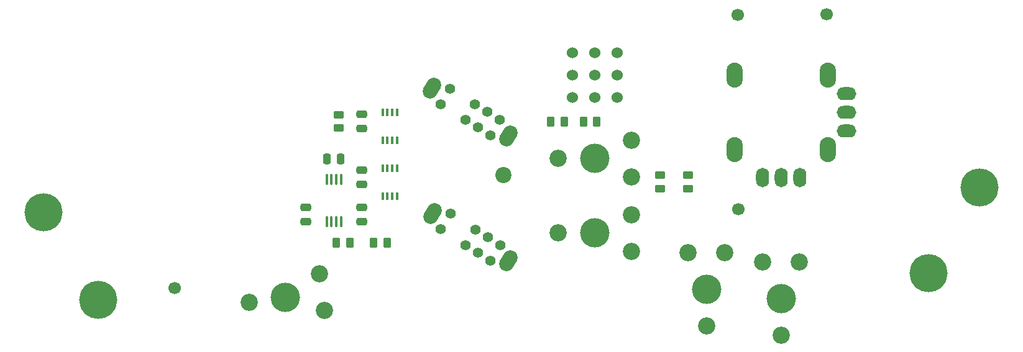
<source format=gbr>
%TF.GenerationSoftware,KiCad,Pcbnew,(6.0.0)*%
%TF.CreationDate,2022-04-20T16:30:08+02:00*%
%TF.ProjectId,Vectrex Pad miniNeoGeo,56656374-7265-4782-9050-6164206d696e,1.1*%
%TF.SameCoordinates,Original*%
%TF.FileFunction,Soldermask,Top*%
%TF.FilePolarity,Negative*%
%FSLAX46Y46*%
G04 Gerber Fmt 4.6, Leading zero omitted, Abs format (unit mm)*
G04 Created by KiCad (PCBNEW (6.0.0)) date 2022-04-20 16:30:08*
%MOMM*%
%LPD*%
G01*
G04 APERTURE LIST*
G04 Aperture macros list*
%AMRoundRect*
0 Rectangle with rounded corners*
0 $1 Rounding radius*
0 $2 $3 $4 $5 $6 $7 $8 $9 X,Y pos of 4 corners*
0 Add a 4 corners polygon primitive as box body*
4,1,4,$2,$3,$4,$5,$6,$7,$8,$9,$2,$3,0*
0 Add four circle primitives for the rounded corners*
1,1,$1+$1,$2,$3*
1,1,$1+$1,$4,$5*
1,1,$1+$1,$6,$7*
1,1,$1+$1,$8,$9*
0 Add four rect primitives between the rounded corners*
20,1,$1+$1,$2,$3,$4,$5,0*
20,1,$1+$1,$4,$5,$6,$7,0*
20,1,$1+$1,$6,$7,$8,$9,0*
20,1,$1+$1,$8,$9,$2,$3,0*%
%AMHorizOval*
0 Thick line with rounded ends*
0 $1 width*
0 $2 $3 position (X,Y) of the first rounded end (center of the circle)*
0 $4 $5 position (X,Y) of the second rounded end (center of the circle)*
0 Add line between two ends*
20,1,$1,$2,$3,$4,$5,0*
0 Add two circle primitives to create the rounded ends*
1,1,$1,$2,$3*
1,1,$1,$4,$5*%
G04 Aperture macros list end*
%ADD10RoundRect,0.250000X-0.450000X0.262500X-0.450000X-0.262500X0.450000X-0.262500X0.450000X0.262500X0*%
%ADD11C,5.200000*%
%ADD12RoundRect,0.250000X-0.475000X0.250000X-0.475000X-0.250000X0.475000X-0.250000X0.475000X0.250000X0*%
%ADD13RoundRect,0.100000X-0.100000X-0.450000X0.100000X-0.450000X0.100000X0.450000X-0.100000X0.450000X0*%
%ADD14RoundRect,0.250000X-0.250000X-0.475000X0.250000X-0.475000X0.250000X0.475000X-0.250000X0.475000X0*%
%ADD15C,1.700000*%
%ADD16C,2.200000*%
%ADD17RoundRect,0.250000X0.262500X0.450000X-0.262500X0.450000X-0.262500X-0.450000X0.262500X-0.450000X0*%
%ADD18RoundRect,0.250000X0.450000X-0.262500X0.450000X0.262500X-0.450000X0.262500X-0.450000X-0.262500X0*%
%ADD19RoundRect,0.250000X0.475000X-0.250000X0.475000X0.250000X-0.475000X0.250000X-0.475000X-0.250000X0*%
%ADD20RoundRect,0.250000X-0.262500X-0.450000X0.262500X-0.450000X0.262500X0.450000X-0.262500X0.450000X0*%
%ADD21RoundRect,0.100000X-0.100000X0.637500X-0.100000X-0.637500X0.100000X-0.637500X0.100000X0.637500X0*%
%ADD22O,1.778000X2.667000*%
%ADD23O,2.222000X3.429000*%
%ADD24O,2.667000X1.778000*%
%ADD25C,4.000000*%
%ADD26C,2.340000*%
%ADD27HorizOval,2.000000X0.265699X0.423561X-0.265699X-0.423561X0*%
%ADD28C,1.400000*%
%ADD29C,1.524000*%
G04 APERTURE END LIST*
D10*
%TO.C,R6*%
X130175000Y-76557500D03*
X130175000Y-78382500D03*
%TD*%
D11*
%TO.C,*%
X217540000Y-86510000D03*
%TD*%
D12*
%TO.C,C3*%
X133350000Y-89220000D03*
X133350000Y-91120000D03*
%TD*%
D13*
%TO.C,U2*%
X136185000Y-80005000D03*
X136835000Y-80005000D03*
X137485000Y-80005000D03*
X138135000Y-80005000D03*
X138135000Y-76205000D03*
X137485000Y-76205000D03*
X136835000Y-76205000D03*
X136185000Y-76205000D03*
%TD*%
D11*
%TO.C,*%
X210590000Y-98200000D03*
%TD*%
D14*
%TO.C,C1*%
X128590000Y-82550000D03*
X130490000Y-82550000D03*
%TD*%
D15*
%TO.C,*%
X107860000Y-100190000D03*
%TD*%
D16*
%TO.C,*%
X152610000Y-84750000D03*
%TD*%
D15*
%TO.C,*%
X196660000Y-62890000D03*
%TD*%
%TO.C,*%
X184650000Y-89480000D03*
%TD*%
D17*
%TO.C,R2*%
X160932500Y-77470000D03*
X159107500Y-77470000D03*
%TD*%
D18*
%TO.C,R4*%
X177800000Y-86637500D03*
X177800000Y-84812500D03*
%TD*%
D19*
%TO.C,C2*%
X125730000Y-91120000D03*
X125730000Y-89220000D03*
%TD*%
D11*
%TO.C,*%
X97420000Y-101840000D03*
%TD*%
D18*
%TO.C,R3*%
X173990000Y-86637500D03*
X173990000Y-84812500D03*
%TD*%
D20*
%TO.C,R7*%
X134977500Y-93980000D03*
X136802500Y-93980000D03*
%TD*%
D17*
%TO.C,R5*%
X131722500Y-93980000D03*
X129897500Y-93980000D03*
%TD*%
D20*
%TO.C,R1*%
X163552500Y-77470000D03*
X165377500Y-77470000D03*
%TD*%
D15*
%TO.C,*%
X184610000Y-62910000D03*
%TD*%
D13*
%TO.C,U3*%
X136185000Y-87625000D03*
X136835000Y-87625000D03*
X137485000Y-87625000D03*
X138135000Y-87625000D03*
X138135000Y-83825000D03*
X137485000Y-83825000D03*
X136835000Y-83825000D03*
X136185000Y-83825000D03*
%TD*%
D21*
%TO.C,U1*%
X130515000Y-85365000D03*
X129865000Y-85365000D03*
X129215000Y-85365000D03*
X128565000Y-85365000D03*
X128565000Y-91165000D03*
X129215000Y-91165000D03*
X129865000Y-91165000D03*
X130515000Y-91165000D03*
%TD*%
D12*
%TO.C,C4*%
X133350000Y-84140000D03*
X133350000Y-86040000D03*
%TD*%
%TO.C,C5*%
X133350000Y-76520000D03*
X133350000Y-78420000D03*
%TD*%
D11*
%TO.C,*%
X89990000Y-89870000D03*
%TD*%
D22*
%TO.C,VR1*%
X187960000Y-85090000D03*
X190500000Y-85090000D03*
X193040000Y-85090000D03*
D23*
X196850000Y-71120000D03*
X196850000Y-81280000D03*
X184150000Y-81280000D03*
X184150000Y-71120000D03*
D24*
X199390000Y-73660000D03*
X199390000Y-76200000D03*
X199390000Y-78740000D03*
%TD*%
D25*
%TO.C,RV3*%
X165100000Y-92685000D03*
D26*
X170100000Y-95185000D03*
X160100000Y-92685000D03*
X170100000Y-90185000D03*
%TD*%
D25*
%TO.C,RV1*%
X165100000Y-82525000D03*
D26*
X170100000Y-85025000D03*
X160100000Y-82525000D03*
X170100000Y-80025000D03*
%TD*%
D25*
%TO.C,RV2*%
X190475000Y-101600000D03*
D26*
X192975000Y-96600000D03*
X190475000Y-106600000D03*
X187975000Y-96600000D03*
%TD*%
D27*
%TO.C,SW6*%
X153314401Y-96492829D03*
X142979513Y-90009767D03*
D28*
X152199693Y-94317990D03*
X150505449Y-93255193D03*
X148811205Y-92192396D03*
X145422718Y-90066801D03*
X150871196Y-96435795D03*
X149176953Y-95372998D03*
X147482709Y-94310200D03*
X144094221Y-92184606D03*
%TD*%
D29*
%TO.C,J1*%
X162052000Y-68072000D03*
X165100000Y-71120000D03*
X165100000Y-68072000D03*
X162052000Y-71120000D03*
X168148000Y-71120000D03*
X168148000Y-68072000D03*
X162052000Y-74168000D03*
X165100000Y-74168000D03*
X168148000Y-74168000D03*
%TD*%
D27*
%TO.C,SW5*%
X153288980Y-79416023D03*
X142954092Y-72932961D03*
D28*
X152174272Y-77241184D03*
X150480028Y-76178387D03*
X148785784Y-75115590D03*
X145397297Y-72989995D03*
X150845775Y-79358989D03*
X149151532Y-78296192D03*
X147457288Y-77233394D03*
X144068800Y-75107800D03*
%TD*%
D25*
%TO.C,RV5*%
X122970727Y-101445795D03*
D26*
X128270000Y-103225600D03*
X118019387Y-102141661D03*
X127574134Y-98274260D03*
%TD*%
D25*
%TO.C,RV4*%
X180315000Y-100330000D03*
D26*
X182815000Y-95330000D03*
X180315000Y-105330000D03*
X177815000Y-95330000D03*
%TD*%
M02*

</source>
